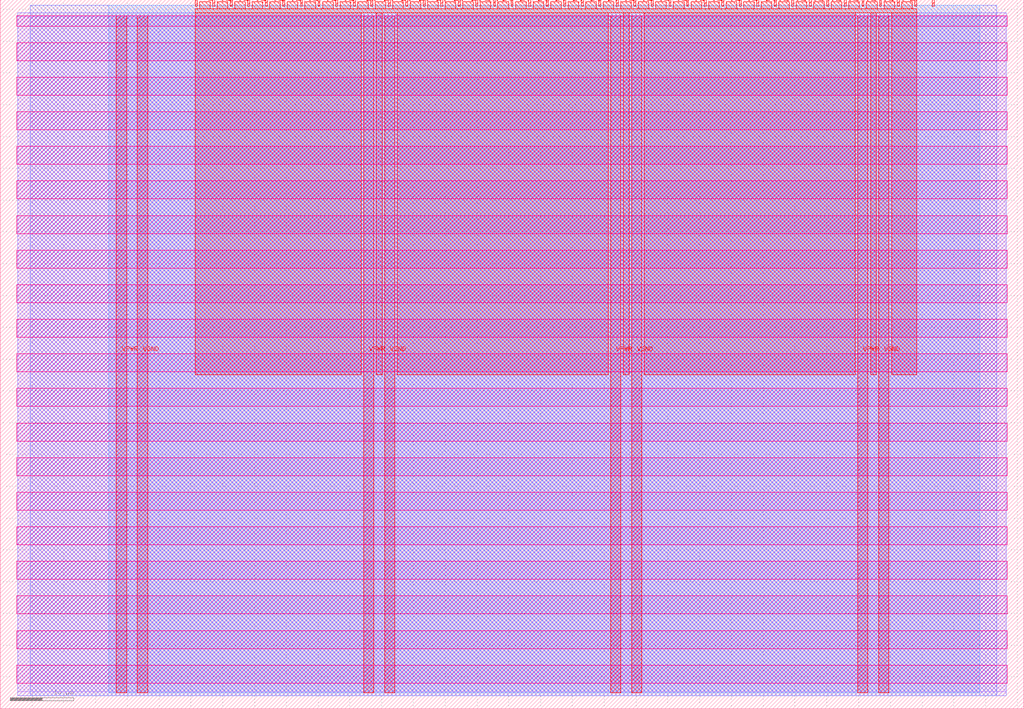
<source format=lef>
VERSION 5.7 ;
  NOWIREEXTENSIONATPIN ON ;
  DIVIDERCHAR "/" ;
  BUSBITCHARS "[]" ;
MACRO tt_um_ece298a_8_bit_cpu_top
  CLASS BLOCK ;
  FOREIGN tt_um_ece298a_8_bit_cpu_top ;
  ORIGIN 0.000 0.000 ;
  SIZE 161.000 BY 111.520 ;
  PIN VGND
    DIRECTION INOUT ;
    USE GROUND ;
    PORT
      LAYER met4 ;
        RECT 21.580 2.480 23.180 109.040 ;
    END
    PORT
      LAYER met4 ;
        RECT 60.450 2.480 62.050 109.040 ;
    END
    PORT
      LAYER met4 ;
        RECT 99.320 2.480 100.920 109.040 ;
    END
    PORT
      LAYER met4 ;
        RECT 138.190 2.480 139.790 109.040 ;
    END
  END VGND
  PIN VPWR
    DIRECTION INOUT ;
    USE POWER ;
    PORT
      LAYER met4 ;
        RECT 18.280 2.480 19.880 109.040 ;
    END
    PORT
      LAYER met4 ;
        RECT 57.150 2.480 58.750 109.040 ;
    END
    PORT
      LAYER met4 ;
        RECT 96.020 2.480 97.620 109.040 ;
    END
    PORT
      LAYER met4 ;
        RECT 134.890 2.480 136.490 109.040 ;
    END
  END VPWR
  PIN clk
    DIRECTION INPUT ;
    USE SIGNAL ;
    ANTENNAGATEAREA 0.852000 ;
    PORT
      LAYER met4 ;
        RECT 143.830 110.520 144.130 111.520 ;
    END
  END clk
  PIN ena
    DIRECTION INPUT ;
    USE SIGNAL ;
    PORT
      LAYER met4 ;
        RECT 146.590 110.520 146.890 111.520 ;
    END
  END ena
  PIN rst_n
    DIRECTION INPUT ;
    USE SIGNAL ;
    ANTENNAGATEAREA 0.196500 ;
    PORT
      LAYER met4 ;
        RECT 141.070 110.520 141.370 111.520 ;
    END
  END rst_n
  PIN ui_in[0]
    DIRECTION INPUT ;
    USE SIGNAL ;
    ANTENNAGATEAREA 0.196500 ;
    PORT
      LAYER met4 ;
        RECT 138.310 110.520 138.610 111.520 ;
    END
  END ui_in[0]
  PIN ui_in[1]
    DIRECTION INPUT ;
    USE SIGNAL ;
    ANTENNAGATEAREA 0.196500 ;
    PORT
      LAYER met4 ;
        RECT 135.550 110.520 135.850 111.520 ;
    END
  END ui_in[1]
  PIN ui_in[2]
    DIRECTION INPUT ;
    USE SIGNAL ;
    ANTENNAGATEAREA 0.196500 ;
    PORT
      LAYER met4 ;
        RECT 132.790 110.520 133.090 111.520 ;
    END
  END ui_in[2]
  PIN ui_in[3]
    DIRECTION INPUT ;
    USE SIGNAL ;
    ANTENNAGATEAREA 0.196500 ;
    PORT
      LAYER met4 ;
        RECT 130.030 110.520 130.330 111.520 ;
    END
  END ui_in[3]
  PIN ui_in[4]
    DIRECTION INPUT ;
    USE SIGNAL ;
    ANTENNAGATEAREA 0.196500 ;
    PORT
      LAYER met4 ;
        RECT 127.270 110.520 127.570 111.520 ;
    END
  END ui_in[4]
  PIN ui_in[5]
    DIRECTION INPUT ;
    USE SIGNAL ;
    ANTENNAGATEAREA 0.196500 ;
    PORT
      LAYER met4 ;
        RECT 124.510 110.520 124.810 111.520 ;
    END
  END ui_in[5]
  PIN ui_in[6]
    DIRECTION INPUT ;
    USE SIGNAL ;
    ANTENNAGATEAREA 0.196500 ;
    PORT
      LAYER met4 ;
        RECT 121.750 110.520 122.050 111.520 ;
    END
  END ui_in[6]
  PIN ui_in[7]
    DIRECTION INPUT ;
    USE SIGNAL ;
    ANTENNAGATEAREA 0.196500 ;
    PORT
      LAYER met4 ;
        RECT 118.990 110.520 119.290 111.520 ;
    END
  END ui_in[7]
  PIN uio_in[0]
    DIRECTION INPUT ;
    USE SIGNAL ;
    ANTENNAGATEAREA 0.159000 ;
    PORT
      LAYER met4 ;
        RECT 116.230 110.520 116.530 111.520 ;
    END
  END uio_in[0]
  PIN uio_in[1]
    DIRECTION INPUT ;
    USE SIGNAL ;
    PORT
      LAYER met4 ;
        RECT 113.470 110.520 113.770 111.520 ;
    END
  END uio_in[1]
  PIN uio_in[2]
    DIRECTION INPUT ;
    USE SIGNAL ;
    PORT
      LAYER met4 ;
        RECT 110.710 110.520 111.010 111.520 ;
    END
  END uio_in[2]
  PIN uio_in[3]
    DIRECTION INPUT ;
    USE SIGNAL ;
    PORT
      LAYER met4 ;
        RECT 107.950 110.520 108.250 111.520 ;
    END
  END uio_in[3]
  PIN uio_in[4]
    DIRECTION INPUT ;
    USE SIGNAL ;
    PORT
      LAYER met4 ;
        RECT 105.190 110.520 105.490 111.520 ;
    END
  END uio_in[4]
  PIN uio_in[5]
    DIRECTION INPUT ;
    USE SIGNAL ;
    PORT
      LAYER met4 ;
        RECT 102.430 110.520 102.730 111.520 ;
    END
  END uio_in[5]
  PIN uio_in[6]
    DIRECTION INPUT ;
    USE SIGNAL ;
    PORT
      LAYER met4 ;
        RECT 99.670 110.520 99.970 111.520 ;
    END
  END uio_in[6]
  PIN uio_in[7]
    DIRECTION INPUT ;
    USE SIGNAL ;
    PORT
      LAYER met4 ;
        RECT 96.910 110.520 97.210 111.520 ;
    END
  END uio_in[7]
  PIN uio_oe[0]
    DIRECTION OUTPUT ;
    USE SIGNAL ;
    ANTENNADIFFAREA 0.445500 ;
    PORT
      LAYER met4 ;
        RECT 49.990 110.520 50.290 111.520 ;
    END
  END uio_oe[0]
  PIN uio_oe[1]
    DIRECTION OUTPUT ;
    USE SIGNAL ;
    ANTENNADIFFAREA 0.445500 ;
    PORT
      LAYER met4 ;
        RECT 47.230 110.520 47.530 111.520 ;
    END
  END uio_oe[1]
  PIN uio_oe[2]
    DIRECTION OUTPUT ;
    USE SIGNAL ;
    ANTENNADIFFAREA 0.445500 ;
    PORT
      LAYER met4 ;
        RECT 44.470 110.520 44.770 111.520 ;
    END
  END uio_oe[2]
  PIN uio_oe[3]
    DIRECTION OUTPUT ;
    USE SIGNAL ;
    ANTENNADIFFAREA 0.445500 ;
    PORT
      LAYER met4 ;
        RECT 41.710 110.520 42.010 111.520 ;
    END
  END uio_oe[3]
  PIN uio_oe[4]
    DIRECTION OUTPUT ;
    USE SIGNAL ;
    ANTENNADIFFAREA 0.445500 ;
    PORT
      LAYER met4 ;
        RECT 38.950 110.520 39.250 111.520 ;
    END
  END uio_oe[4]
  PIN uio_oe[5]
    DIRECTION OUTPUT ;
    USE SIGNAL ;
    ANTENNADIFFAREA 0.445500 ;
    PORT
      LAYER met4 ;
        RECT 36.190 110.520 36.490 111.520 ;
    END
  END uio_oe[5]
  PIN uio_oe[6]
    DIRECTION OUTPUT ;
    USE SIGNAL ;
    ANTENNADIFFAREA 0.445500 ;
    PORT
      LAYER met4 ;
        RECT 33.430 110.520 33.730 111.520 ;
    END
  END uio_oe[6]
  PIN uio_oe[7]
    DIRECTION OUTPUT ;
    USE SIGNAL ;
    ANTENNADIFFAREA 0.445500 ;
    PORT
      LAYER met4 ;
        RECT 30.670 110.520 30.970 111.520 ;
    END
  END uio_oe[7]
  PIN uio_out[0]
    DIRECTION OUTPUT ;
    USE SIGNAL ;
    ANTENNADIFFAREA 0.445500 ;
    PORT
      LAYER met4 ;
        RECT 72.070 110.520 72.370 111.520 ;
    END
  END uio_out[0]
  PIN uio_out[1]
    DIRECTION OUTPUT ;
    USE SIGNAL ;
    ANTENNADIFFAREA 0.795200 ;
    PORT
      LAYER met4 ;
        RECT 69.310 110.520 69.610 111.520 ;
    END
  END uio_out[1]
  PIN uio_out[2]
    DIRECTION OUTPUT ;
    USE SIGNAL ;
    ANTENNADIFFAREA 0.445500 ;
    PORT
      LAYER met4 ;
        RECT 66.550 110.520 66.850 111.520 ;
    END
  END uio_out[2]
  PIN uio_out[3]
    DIRECTION OUTPUT ;
    USE SIGNAL ;
    ANTENNADIFFAREA 0.445500 ;
    PORT
      LAYER met4 ;
        RECT 63.790 110.520 64.090 111.520 ;
    END
  END uio_out[3]
  PIN uio_out[4]
    DIRECTION OUTPUT ;
    USE SIGNAL ;
    ANTENNADIFFAREA 0.795200 ;
    PORT
      LAYER met4 ;
        RECT 61.030 110.520 61.330 111.520 ;
    END
  END uio_out[4]
  PIN uio_out[5]
    DIRECTION OUTPUT ;
    USE SIGNAL ;
    ANTENNADIFFAREA 0.445500 ;
    PORT
      LAYER met4 ;
        RECT 58.270 110.520 58.570 111.520 ;
    END
  END uio_out[5]
  PIN uio_out[6]
    DIRECTION OUTPUT ;
    USE SIGNAL ;
    ANTENNADIFFAREA 0.445500 ;
    PORT
      LAYER met4 ;
        RECT 55.510 110.520 55.810 111.520 ;
    END
  END uio_out[6]
  PIN uio_out[7]
    DIRECTION OUTPUT ;
    USE SIGNAL ;
    ANTENNADIFFAREA 0.445500 ;
    PORT
      LAYER met4 ;
        RECT 52.750 110.520 53.050 111.520 ;
    END
  END uio_out[7]
  PIN uo_out[0]
    DIRECTION OUTPUT ;
    USE SIGNAL ;
    ANTENNAGATEAREA 0.126000 ;
    ANTENNADIFFAREA 0.445500 ;
    PORT
      LAYER met4 ;
        RECT 94.150 110.520 94.450 111.520 ;
    END
  END uo_out[0]
  PIN uo_out[1]
    DIRECTION OUTPUT ;
    USE SIGNAL ;
    ANTENNAGATEAREA 0.126000 ;
    ANTENNADIFFAREA 0.445500 ;
    PORT
      LAYER met4 ;
        RECT 91.390 110.520 91.690 111.520 ;
    END
  END uo_out[1]
  PIN uo_out[2]
    DIRECTION OUTPUT ;
    USE SIGNAL ;
    ANTENNAGATEAREA 0.126000 ;
    ANTENNADIFFAREA 0.445500 ;
    PORT
      LAYER met4 ;
        RECT 88.630 110.520 88.930 111.520 ;
    END
  END uo_out[2]
  PIN uo_out[3]
    DIRECTION OUTPUT ;
    USE SIGNAL ;
    ANTENNAGATEAREA 0.126000 ;
    ANTENNADIFFAREA 0.445500 ;
    PORT
      LAYER met4 ;
        RECT 85.870 110.520 86.170 111.520 ;
    END
  END uo_out[3]
  PIN uo_out[4]
    DIRECTION OUTPUT ;
    USE SIGNAL ;
    ANTENNAGATEAREA 0.126000 ;
    ANTENNADIFFAREA 0.445500 ;
    PORT
      LAYER met4 ;
        RECT 83.110 110.520 83.410 111.520 ;
    END
  END uo_out[4]
  PIN uo_out[5]
    DIRECTION OUTPUT ;
    USE SIGNAL ;
    ANTENNAGATEAREA 0.126000 ;
    ANTENNADIFFAREA 0.445500 ;
    PORT
      LAYER met4 ;
        RECT 80.350 110.520 80.650 111.520 ;
    END
  END uo_out[5]
  PIN uo_out[6]
    DIRECTION OUTPUT ;
    USE SIGNAL ;
    ANTENNAGATEAREA 0.126000 ;
    ANTENNADIFFAREA 0.445500 ;
    PORT
      LAYER met4 ;
        RECT 77.590 110.520 77.890 111.520 ;
    END
  END uo_out[6]
  PIN uo_out[7]
    DIRECTION OUTPUT ;
    USE SIGNAL ;
    ANTENNAGATEAREA 0.126000 ;
    ANTENNADIFFAREA 0.445500 ;
    PORT
      LAYER met4 ;
        RECT 74.830 110.520 75.130 111.520 ;
    END
  END uo_out[7]
  OBS
      LAYER nwell ;
        RECT 2.570 107.385 158.430 108.990 ;
        RECT 2.570 101.945 158.430 104.775 ;
        RECT 2.570 96.505 158.430 99.335 ;
        RECT 2.570 91.065 158.430 93.895 ;
        RECT 2.570 85.625 158.430 88.455 ;
        RECT 2.570 80.185 158.430 83.015 ;
        RECT 2.570 74.745 158.430 77.575 ;
        RECT 2.570 69.305 158.430 72.135 ;
        RECT 2.570 63.865 158.430 66.695 ;
        RECT 2.570 58.425 158.430 61.255 ;
        RECT 2.570 52.985 158.430 55.815 ;
        RECT 2.570 47.545 158.430 50.375 ;
        RECT 2.570 42.105 158.430 44.935 ;
        RECT 2.570 36.665 158.430 39.495 ;
        RECT 2.570 31.225 158.430 34.055 ;
        RECT 2.570 25.785 158.430 28.615 ;
        RECT 2.570 20.345 158.430 23.175 ;
        RECT 2.570 14.905 158.430 17.735 ;
        RECT 2.570 9.465 158.430 12.295 ;
        RECT 2.570 4.025 158.430 6.855 ;
      LAYER li1 ;
        RECT 2.760 2.635 158.240 108.885 ;
      LAYER met1 ;
        RECT 2.760 2.080 158.240 109.440 ;
      LAYER met2 ;
        RECT 4.700 2.050 156.760 110.685 ;
      LAYER met3 ;
        RECT 17.085 2.555 154.035 110.665 ;
      LAYER met4 ;
        RECT 31.370 110.120 33.030 111.170 ;
        RECT 34.130 110.120 35.790 111.170 ;
        RECT 36.890 110.120 38.550 111.170 ;
        RECT 39.650 110.120 41.310 111.170 ;
        RECT 42.410 110.120 44.070 111.170 ;
        RECT 45.170 110.120 46.830 111.170 ;
        RECT 47.930 110.120 49.590 111.170 ;
        RECT 50.690 110.120 52.350 111.170 ;
        RECT 53.450 110.120 55.110 111.170 ;
        RECT 56.210 110.120 57.870 111.170 ;
        RECT 58.970 110.120 60.630 111.170 ;
        RECT 61.730 110.120 63.390 111.170 ;
        RECT 64.490 110.120 66.150 111.170 ;
        RECT 67.250 110.120 68.910 111.170 ;
        RECT 70.010 110.120 71.670 111.170 ;
        RECT 72.770 110.120 74.430 111.170 ;
        RECT 75.530 110.120 77.190 111.170 ;
        RECT 78.290 110.120 79.950 111.170 ;
        RECT 81.050 110.120 82.710 111.170 ;
        RECT 83.810 110.120 85.470 111.170 ;
        RECT 86.570 110.120 88.230 111.170 ;
        RECT 89.330 110.120 90.990 111.170 ;
        RECT 92.090 110.120 93.750 111.170 ;
        RECT 94.850 110.120 96.510 111.170 ;
        RECT 97.610 110.120 99.270 111.170 ;
        RECT 100.370 110.120 102.030 111.170 ;
        RECT 103.130 110.120 104.790 111.170 ;
        RECT 105.890 110.120 107.550 111.170 ;
        RECT 108.650 110.120 110.310 111.170 ;
        RECT 111.410 110.120 113.070 111.170 ;
        RECT 114.170 110.120 115.830 111.170 ;
        RECT 116.930 110.120 118.590 111.170 ;
        RECT 119.690 110.120 121.350 111.170 ;
        RECT 122.450 110.120 124.110 111.170 ;
        RECT 125.210 110.120 126.870 111.170 ;
        RECT 127.970 110.120 129.630 111.170 ;
        RECT 130.730 110.120 132.390 111.170 ;
        RECT 133.490 110.120 135.150 111.170 ;
        RECT 136.250 110.120 137.910 111.170 ;
        RECT 139.010 110.120 140.670 111.170 ;
        RECT 141.770 110.120 143.430 111.170 ;
        RECT 30.655 109.440 144.145 110.120 ;
        RECT 30.655 52.535 56.750 109.440 ;
        RECT 59.150 52.535 60.050 109.440 ;
        RECT 62.450 52.535 95.620 109.440 ;
        RECT 98.020 52.535 98.920 109.440 ;
        RECT 101.320 52.535 134.490 109.440 ;
        RECT 136.890 52.535 137.790 109.440 ;
        RECT 140.190 52.535 144.145 109.440 ;
  END
END tt_um_ece298a_8_bit_cpu_top
END LIBRARY


</source>
